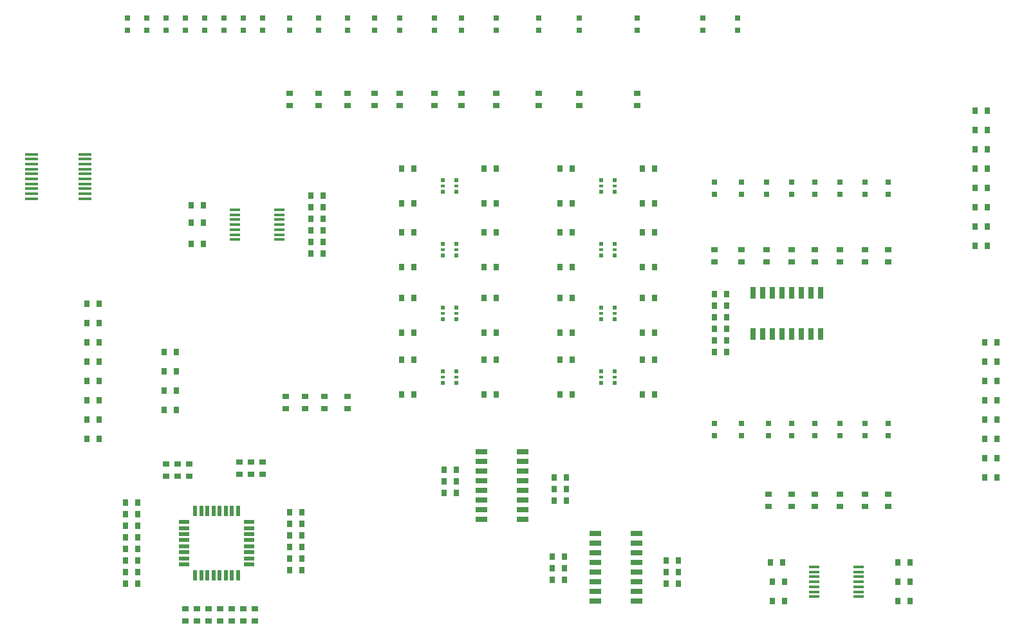
<source format=gtp>
G04*
G04 #@! TF.GenerationSoftware,Altium Limited,Altium Designer,22.3.1 (43)*
G04*
G04 Layer_Color=8421504*
%FSLAX25Y25*%
%MOIN*%
G70*
G04*
G04 #@! TF.SameCoordinates,435ADCC5-F5F0-4A2A-A0AE-C26054AEAF53*
G04*
G04*
G04 #@! TF.FilePolarity,Positive*
G04*
G01*
G75*
%ADD16R,0.03150X0.03740*%
%ADD17R,0.03740X0.03150*%
%ADD18R,0.02362X0.01575*%
%ADD19R,0.06004X0.02559*%
%ADD20R,0.02362X0.05807*%
%ADD21R,0.05807X0.02362*%
%ADD22R,0.02559X0.06004*%
%ADD23R,0.07087X0.01772*%
%ADD24R,0.05807X0.01772*%
%ADD25R,0.03150X0.03150*%
%ADD26R,0.02362X0.02362*%
D16*
X381850Y165000D02*
D03*
X388150D02*
D03*
X344500Y209000D02*
D03*
X350799D02*
D03*
X302000Y143000D02*
D03*
X308299D02*
D03*
X248150Y104000D02*
D03*
X241850D02*
D03*
X220000Y175000D02*
D03*
X226299D02*
D03*
X302000D02*
D03*
X308299D02*
D03*
X220000Y193000D02*
D03*
X226299D02*
D03*
X302000D02*
D03*
X308299D02*
D03*
X248150Y92000D02*
D03*
X241850D02*
D03*
X262500Y175000D02*
D03*
X268799D02*
D03*
X344500D02*
D03*
X350799D02*
D03*
X268799Y193000D02*
D03*
X262500D02*
D03*
X350799D02*
D03*
X344500D02*
D03*
X298850Y88000D02*
D03*
X305150D02*
D03*
X298850Y100000D02*
D03*
X305150D02*
D03*
X248150Y98000D02*
D03*
X241850D02*
D03*
X298850Y94000D02*
D03*
X305150D02*
D03*
X220000Y143000D02*
D03*
X226299D02*
D03*
X302000Y209000D02*
D03*
X308299D02*
D03*
X220000Y161000D02*
D03*
X226299D02*
D03*
X302000Y227000D02*
D03*
X308299D02*
D03*
X262500Y143000D02*
D03*
X268799D02*
D03*
Y161000D02*
D03*
X262500D02*
D03*
X350799Y227000D02*
D03*
X344500D02*
D03*
X297850Y59000D02*
D03*
X304150D02*
D03*
X297850Y47000D02*
D03*
X304150D02*
D03*
X363150Y45000D02*
D03*
X356850D02*
D03*
X363150Y57000D02*
D03*
X356850D02*
D03*
X304150Y53000D02*
D03*
X297850D02*
D03*
X356850Y51000D02*
D03*
X363150D02*
D03*
X56850Y190000D02*
D03*
X63150D02*
D03*
X56850Y180000D02*
D03*
X63150D02*
D03*
X56850Y170000D02*
D03*
X63150D02*
D03*
X103150Y165000D02*
D03*
X96850D02*
D03*
X56850Y160000D02*
D03*
X63150D02*
D03*
X103150Y155000D02*
D03*
X96850D02*
D03*
X56850Y150000D02*
D03*
X63150D02*
D03*
X103150Y145000D02*
D03*
X96850D02*
D03*
X56850Y140000D02*
D03*
X63150D02*
D03*
X103150Y135000D02*
D03*
X96850D02*
D03*
X56850Y130000D02*
D03*
X63150D02*
D03*
X56850Y120000D02*
D03*
X63150D02*
D03*
X83150Y87000D02*
D03*
X76850D02*
D03*
X168150Y82000D02*
D03*
X161850D02*
D03*
X83150Y81000D02*
D03*
X76850D02*
D03*
X168150Y76000D02*
D03*
X161850D02*
D03*
X83150Y75000D02*
D03*
X76850D02*
D03*
X168150Y70000D02*
D03*
X161850D02*
D03*
X83150Y69000D02*
D03*
X76850D02*
D03*
X168150Y64000D02*
D03*
X161850D02*
D03*
X83150Y63000D02*
D03*
X76850D02*
D03*
X168150Y58000D02*
D03*
X161850D02*
D03*
X168150Y52000D02*
D03*
X161850D02*
D03*
X83150Y57000D02*
D03*
X76850D02*
D03*
X83150Y51000D02*
D03*
X76850D02*
D03*
X83150Y45000D02*
D03*
X76850D02*
D03*
X388150Y177000D02*
D03*
X381850D02*
D03*
X388150Y183000D02*
D03*
X381850D02*
D03*
X388150Y195000D02*
D03*
X381850D02*
D03*
X388150Y189000D02*
D03*
X381850D02*
D03*
Y171000D02*
D03*
X388150D02*
D03*
X417150Y56000D02*
D03*
X410850D02*
D03*
X418150Y46000D02*
D03*
X411850D02*
D03*
X418150Y36000D02*
D03*
X411850D02*
D03*
X476850D02*
D03*
X483150D02*
D03*
X476850Y46000D02*
D03*
X483150D02*
D03*
X476850Y56000D02*
D03*
X483150D02*
D03*
X117150Y241000D02*
D03*
X110850D02*
D03*
X117150Y232000D02*
D03*
X110850D02*
D03*
X117150Y221000D02*
D03*
X110850D02*
D03*
X179150Y216000D02*
D03*
X172850D02*
D03*
Y222000D02*
D03*
X179150D02*
D03*
Y228000D02*
D03*
X172850D02*
D03*
Y234000D02*
D03*
X179150D02*
D03*
Y240000D02*
D03*
X172850D02*
D03*
X179150Y246000D02*
D03*
X172850D02*
D03*
X521850Y170000D02*
D03*
X302000Y260000D02*
D03*
X521850Y160000D02*
D03*
X302000Y161000D02*
D03*
X521850Y150000D02*
D03*
Y140000D02*
D03*
Y130000D02*
D03*
X220000Y260000D02*
D03*
X521850Y120000D02*
D03*
X220000Y227000D02*
D03*
X521850Y110000D02*
D03*
Y100000D02*
D03*
X350799Y242000D02*
D03*
Y143000D02*
D03*
X268799Y242000D02*
D03*
Y209000D02*
D03*
X350799Y260000D02*
D03*
Y161000D02*
D03*
X268799Y260000D02*
D03*
Y227000D02*
D03*
X226299Y260000D02*
D03*
Y242000D02*
D03*
X262500D02*
D03*
Y260000D02*
D03*
X308299D02*
D03*
Y242000D02*
D03*
X344500D02*
D03*
Y260000D02*
D03*
X226299Y227000D02*
D03*
Y209000D02*
D03*
X262500D02*
D03*
Y227000D02*
D03*
X308299Y161000D02*
D03*
X344500Y143000D02*
D03*
Y161000D02*
D03*
X523150Y290000D02*
D03*
Y280000D02*
D03*
Y270000D02*
D03*
Y260000D02*
D03*
Y250000D02*
D03*
Y240000D02*
D03*
Y230000D02*
D03*
Y220000D02*
D03*
X528150Y170000D02*
D03*
Y160000D02*
D03*
Y150000D02*
D03*
Y140000D02*
D03*
Y130000D02*
D03*
Y120000D02*
D03*
Y110000D02*
D03*
Y100000D02*
D03*
X516850Y290000D02*
D03*
X302000Y242000D02*
D03*
X516850Y280000D02*
D03*
Y270000D02*
D03*
Y260000D02*
D03*
Y250000D02*
D03*
X220000Y242000D02*
D03*
X516850Y240000D02*
D03*
X220000Y209000D02*
D03*
X516850Y230000D02*
D03*
Y220000D02*
D03*
D17*
X160000Y135850D02*
D03*
Y142150D02*
D03*
X192000Y135850D02*
D03*
Y142150D02*
D03*
X170000D02*
D03*
Y135850D02*
D03*
X180000D02*
D03*
Y142150D02*
D03*
X110000Y100850D02*
D03*
Y107150D02*
D03*
X136000Y108150D02*
D03*
Y101850D02*
D03*
X104000Y100850D02*
D03*
Y107150D02*
D03*
X142000Y108150D02*
D03*
Y101850D02*
D03*
X98000Y100850D02*
D03*
Y107150D02*
D03*
X148000Y108150D02*
D03*
Y101850D02*
D03*
X144000Y25850D02*
D03*
Y32150D02*
D03*
X138000Y25850D02*
D03*
Y32150D02*
D03*
X132000Y25850D02*
D03*
Y32150D02*
D03*
X108000D02*
D03*
Y25850D02*
D03*
X126000D02*
D03*
Y32150D02*
D03*
X120000Y25850D02*
D03*
Y32150D02*
D03*
X114000Y25850D02*
D03*
Y32150D02*
D03*
X472000Y218150D02*
D03*
Y211850D02*
D03*
X460000Y218150D02*
D03*
Y211850D02*
D03*
X447000Y218150D02*
D03*
Y211850D02*
D03*
X434000Y218150D02*
D03*
Y211850D02*
D03*
X422000Y218150D02*
D03*
Y211850D02*
D03*
X409000Y218150D02*
D03*
Y211850D02*
D03*
X396000Y218150D02*
D03*
Y211850D02*
D03*
X382000Y218150D02*
D03*
Y211850D02*
D03*
X219000Y292850D02*
D03*
Y299150D02*
D03*
X206000Y292850D02*
D03*
Y299150D02*
D03*
X162000Y292850D02*
D03*
Y299150D02*
D03*
X192000Y292850D02*
D03*
Y299150D02*
D03*
X177000Y292850D02*
D03*
Y299150D02*
D03*
X342000Y292850D02*
D03*
Y299150D02*
D03*
X251000Y292850D02*
D03*
Y299150D02*
D03*
X237000Y292850D02*
D03*
Y299150D02*
D03*
X472000Y91350D02*
D03*
Y85050D02*
D03*
X460000Y91350D02*
D03*
Y85050D02*
D03*
X447000Y91350D02*
D03*
Y85050D02*
D03*
X434000Y91350D02*
D03*
Y85050D02*
D03*
X422000Y91350D02*
D03*
Y85050D02*
D03*
X410000Y91350D02*
D03*
Y85050D02*
D03*
X291000Y292850D02*
D03*
Y299150D02*
D03*
X269000Y292850D02*
D03*
Y299150D02*
D03*
X312000Y292850D02*
D03*
Y299150D02*
D03*
D18*
X248193Y251000D02*
D03*
X330193D02*
D03*
X248193Y218000D02*
D03*
X330193Y152000D02*
D03*
X248193Y185000D02*
D03*
X330193D02*
D03*
X248193Y152000D02*
D03*
X330193Y218000D02*
D03*
X241106Y251000D02*
D03*
X323106D02*
D03*
X241106Y218000D02*
D03*
X323106Y152000D02*
D03*
X241106Y185000D02*
D03*
X323106D02*
D03*
X241106Y152000D02*
D03*
X323106Y218000D02*
D03*
D19*
X282677Y113500D02*
D03*
X341677Y71000D02*
D03*
X261323Y108500D02*
D03*
Y113500D02*
D03*
Y88500D02*
D03*
Y83500D02*
D03*
X282677D02*
D03*
Y78500D02*
D03*
Y103500D02*
D03*
Y108500D02*
D03*
X320323Y66000D02*
D03*
Y71000D02*
D03*
Y46000D02*
D03*
Y41000D02*
D03*
X341677D02*
D03*
Y36000D02*
D03*
Y61000D02*
D03*
Y66000D02*
D03*
X261323Y78500D02*
D03*
X320323Y36000D02*
D03*
X261323Y103500D02*
D03*
Y98500D02*
D03*
Y93500D02*
D03*
X282677Y88500D02*
D03*
Y93500D02*
D03*
Y98500D02*
D03*
X320323Y61000D02*
D03*
Y56000D02*
D03*
Y51000D02*
D03*
X341677Y46000D02*
D03*
Y51000D02*
D03*
Y56000D02*
D03*
D20*
X116126Y49315D02*
D03*
X125575Y82685D02*
D03*
X122425D02*
D03*
X112976Y49315D02*
D03*
X119276D02*
D03*
X122425D02*
D03*
X125575D02*
D03*
X128724D02*
D03*
X131874D02*
D03*
X135024D02*
D03*
Y82685D02*
D03*
X131874D02*
D03*
X128724D02*
D03*
X119276D02*
D03*
X116126D02*
D03*
X112976D02*
D03*
D21*
X140685Y58126D02*
D03*
Y61276D02*
D03*
X107315Y77024D02*
D03*
Y73874D02*
D03*
Y70724D02*
D03*
Y67575D02*
D03*
Y64425D02*
D03*
Y61276D02*
D03*
Y58126D02*
D03*
Y54976D02*
D03*
X140685D02*
D03*
Y64425D02*
D03*
Y67575D02*
D03*
Y70724D02*
D03*
Y73874D02*
D03*
Y77024D02*
D03*
D22*
X437000Y174323D02*
D03*
X402000Y195677D02*
D03*
X432000Y174323D02*
D03*
X437000Y195677D02*
D03*
X432000D02*
D03*
X412000Y174323D02*
D03*
X427000Y195677D02*
D03*
X417000Y174323D02*
D03*
X422000Y195677D02*
D03*
X427000Y174323D02*
D03*
X417000Y195677D02*
D03*
X422000Y174323D02*
D03*
X412000Y195677D02*
D03*
X407000D02*
D03*
Y174323D02*
D03*
X402000D02*
D03*
D23*
X55976Y267516D02*
D03*
X28024Y264957D02*
D03*
Y259839D02*
D03*
Y254720D02*
D03*
Y249602D02*
D03*
X55976Y244484D02*
D03*
Y249602D02*
D03*
Y254720D02*
D03*
Y259839D02*
D03*
X28024Y267516D02*
D03*
Y244484D02*
D03*
X55976Y264957D02*
D03*
Y262398D02*
D03*
Y257279D02*
D03*
Y252161D02*
D03*
Y247043D02*
D03*
X28024D02*
D03*
Y252161D02*
D03*
Y257279D02*
D03*
Y262398D02*
D03*
D24*
X456567Y53677D02*
D03*
X156567Y238677D02*
D03*
X433433Y38323D02*
D03*
X133433Y223323D02*
D03*
X433433Y51118D02*
D03*
Y53677D02*
D03*
Y46000D02*
D03*
Y48559D02*
D03*
Y40882D02*
D03*
Y43441D02*
D03*
X456567Y38323D02*
D03*
Y40882D02*
D03*
Y43441D02*
D03*
Y46000D02*
D03*
Y48559D02*
D03*
Y51118D02*
D03*
X133433Y236118D02*
D03*
Y238677D02*
D03*
Y231000D02*
D03*
Y233559D02*
D03*
Y225882D02*
D03*
Y228441D02*
D03*
X156567Y223323D02*
D03*
Y225882D02*
D03*
Y228441D02*
D03*
Y231000D02*
D03*
Y233559D02*
D03*
Y236118D02*
D03*
D25*
X396000Y121850D02*
D03*
X382000D02*
D03*
X472000Y246850D02*
D03*
X460000D02*
D03*
X447000D02*
D03*
X434000D02*
D03*
X422000D02*
D03*
X409000D02*
D03*
X396000D02*
D03*
X382000D02*
D03*
X394000Y331850D02*
D03*
X376000D02*
D03*
X148000D02*
D03*
Y338150D02*
D03*
X138000Y331850D02*
D03*
Y338150D02*
D03*
X128000Y331850D02*
D03*
Y338150D02*
D03*
X118000Y331850D02*
D03*
Y338150D02*
D03*
X108000Y331850D02*
D03*
Y338150D02*
D03*
X98000Y331850D02*
D03*
Y338150D02*
D03*
X88000Y331850D02*
D03*
Y338150D02*
D03*
X78000Y331850D02*
D03*
Y338150D02*
D03*
X382000Y253150D02*
D03*
X396000D02*
D03*
X409000D02*
D03*
X422000D02*
D03*
X434000D02*
D03*
X447000D02*
D03*
X460000D02*
D03*
X472000D02*
D03*
X237000Y331850D02*
D03*
Y338150D02*
D03*
X251000Y331850D02*
D03*
Y338150D02*
D03*
X342000Y331850D02*
D03*
Y338150D02*
D03*
X177000Y331850D02*
D03*
Y338150D02*
D03*
X192000Y331850D02*
D03*
Y338150D02*
D03*
X162000Y331850D02*
D03*
Y338150D02*
D03*
X206000Y331850D02*
D03*
Y338150D02*
D03*
X219000Y331850D02*
D03*
Y338150D02*
D03*
X394000D02*
D03*
X376000D02*
D03*
X382000Y128150D02*
D03*
X396000D02*
D03*
X410000Y121850D02*
D03*
Y128150D02*
D03*
X422000Y121850D02*
D03*
Y128150D02*
D03*
X434000Y121850D02*
D03*
Y128150D02*
D03*
X447000Y121850D02*
D03*
Y128150D02*
D03*
X460000Y121850D02*
D03*
Y128150D02*
D03*
X472000Y121850D02*
D03*
Y128150D02*
D03*
X312000Y331850D02*
D03*
Y338150D02*
D03*
X269000Y331850D02*
D03*
Y338150D02*
D03*
X291000Y331850D02*
D03*
Y338150D02*
D03*
D26*
X241106Y253953D02*
D03*
Y248047D02*
D03*
X248193D02*
D03*
Y253953D02*
D03*
X323106D02*
D03*
Y248047D02*
D03*
X330193D02*
D03*
Y253953D02*
D03*
X241106Y220953D02*
D03*
Y215047D02*
D03*
X248193D02*
D03*
Y220953D02*
D03*
X323106Y154953D02*
D03*
Y149047D02*
D03*
X330193D02*
D03*
Y154953D02*
D03*
X241106Y187953D02*
D03*
Y182047D02*
D03*
X248193D02*
D03*
Y187953D02*
D03*
X323106D02*
D03*
Y182047D02*
D03*
X330193D02*
D03*
Y187953D02*
D03*
X241106Y154953D02*
D03*
Y149047D02*
D03*
X248193D02*
D03*
Y154953D02*
D03*
X323106Y220953D02*
D03*
Y215047D02*
D03*
X330193D02*
D03*
Y220953D02*
D03*
M02*

</source>
